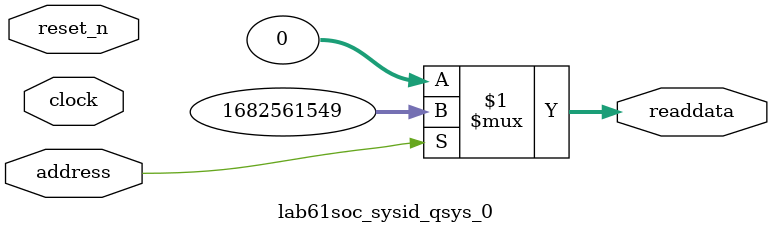
<source format=v>



// synthesis translate_off
`timescale 1ns / 1ps
// synthesis translate_on

// turn off superfluous verilog processor warnings 
// altera message_level Level1 
// altera message_off 10034 10035 10036 10037 10230 10240 10030 

module lab61soc_sysid_qsys_0 (
               // inputs:
                address,
                clock,
                reset_n,

               // outputs:
                readdata
             )
;

  output  [ 31: 0] readdata;
  input            address;
  input            clock;
  input            reset_n;

  wire    [ 31: 0] readdata;
  //control_slave, which is an e_avalon_slave
  assign readdata = address ? 1682561549 : 0;

endmodule



</source>
